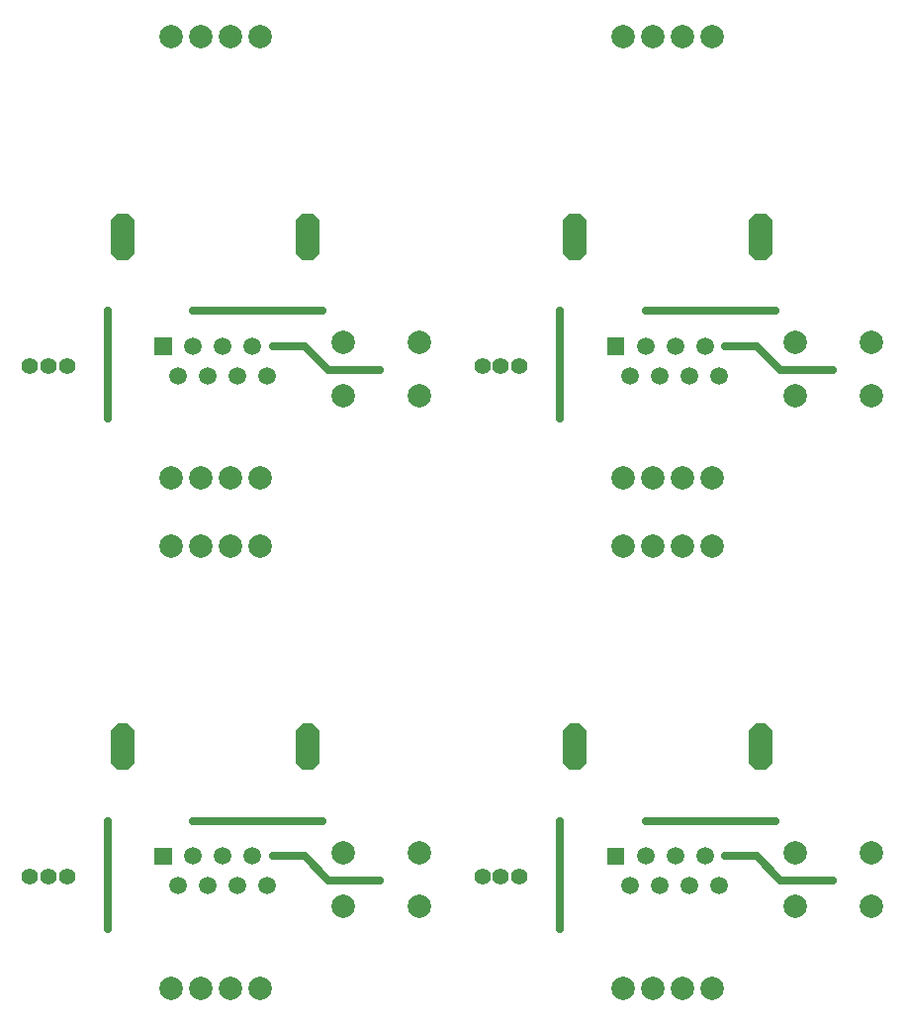
<source format=gbr>
%FSLAX34Y34*%
%MOMM*%
%LNCOPPER_TOP*%
G71*
G01*
%ADD10C, 1.500*%
%ADD11C, 1.400*%
%ADD12C, 2.000*%
%ADD13C, 0.700*%
%ADD14C, 0.700*%
%ADD15C, 0.700*%
%LPD*%
X201613Y-301625D02*
G54D10*
D03*
X188813Y-327025D02*
G54D10*
D03*
X163413Y-327025D02*
G54D10*
D03*
X227013Y-301625D02*
G54D10*
D03*
G36*
X158313Y-309125D02*
X143313Y-309125D01*
X143313Y-294125D01*
X158313Y-294125D01*
X158313Y-309125D01*
G37*
X214213Y-327025D02*
G54D10*
D03*
X239613Y-327025D02*
G54D10*
D03*
X176213Y-301625D02*
G54D10*
D03*
G36*
X105913Y-193812D02*
X111763Y-187962D01*
X120063Y-187962D01*
X125913Y-193812D01*
X125913Y-222112D01*
X120063Y-227962D01*
X111763Y-227962D01*
X105913Y-222112D01*
X105913Y-193812D01*
G37*
G36*
X264613Y-193812D02*
X270463Y-187962D01*
X278763Y-187962D01*
X284613Y-193812D01*
X284613Y-222112D01*
X278763Y-227962D01*
X270463Y-227962D01*
X264613Y-222112D01*
X264613Y-193812D01*
G37*
X36538Y-319063D02*
G54D11*
D03*
X52388Y-319088D02*
G54D11*
D03*
X68263Y-319088D02*
G54D11*
D03*
X369913Y-344463D02*
G54D12*
D03*
X369888Y-298450D02*
G54D12*
D03*
X304813Y-344463D02*
G54D12*
D03*
X304800Y-298575D02*
G54D12*
D03*
X233363Y-414338D02*
G54D12*
D03*
X207963Y-414338D02*
G54D12*
D03*
X182563Y-414338D02*
G54D12*
D03*
X157163Y-414338D02*
G54D12*
D03*
X287350Y-271450D02*
G54D13*
D03*
X227013Y-271462D02*
G54D14*
D03*
X103188Y-363538D02*
G54D13*
D03*
X336550Y-322263D02*
G54D13*
D03*
G54D15*
X103188Y-271462D02*
X103188Y-363538D01*
G54D15*
X227013Y-271462D02*
X176213Y-271462D01*
G54D15*
X227013Y-271462D02*
X287338Y-271462D01*
G54D15*
X244475Y-301625D02*
X271463Y-301625D01*
X103200Y-271450D02*
G54D13*
D03*
X176213Y-271462D02*
G54D13*
D03*
X244475Y-301625D02*
G54D13*
D03*
G54D15*
X336563Y-322250D02*
X292113Y-322250D01*
X271475Y-301613D01*
X157163Y-36462D02*
G54D12*
D03*
X182563Y-36462D02*
G54D12*
D03*
X207963Y-36462D02*
G54D12*
D03*
X233363Y-36462D02*
G54D12*
D03*
X588962Y-301625D02*
G54D10*
D03*
X576162Y-327025D02*
G54D10*
D03*
X550762Y-327025D02*
G54D10*
D03*
X614362Y-301625D02*
G54D10*
D03*
G36*
X545662Y-309125D02*
X530662Y-309125D01*
X530662Y-294125D01*
X545662Y-294125D01*
X545662Y-309125D01*
G37*
X601562Y-327025D02*
G54D10*
D03*
X626962Y-327025D02*
G54D10*
D03*
X563562Y-301625D02*
G54D10*
D03*
G36*
X493262Y-193812D02*
X499112Y-187962D01*
X507412Y-187962D01*
X513262Y-193812D01*
X513262Y-222112D01*
X507412Y-227962D01*
X499112Y-227962D01*
X493262Y-222112D01*
X493262Y-193812D01*
G37*
G36*
X651962Y-193812D02*
X657812Y-187962D01*
X666112Y-187962D01*
X671962Y-193812D01*
X671962Y-222112D01*
X666112Y-227962D01*
X657812Y-227962D01*
X651962Y-222112D01*
X651962Y-193812D01*
G37*
X423888Y-319063D02*
G54D11*
D03*
X439738Y-319088D02*
G54D11*
D03*
X455612Y-319088D02*
G54D11*
D03*
X757262Y-344463D02*
G54D12*
D03*
X757238Y-298450D02*
G54D12*
D03*
X692162Y-344463D02*
G54D12*
D03*
X692150Y-298575D02*
G54D12*
D03*
X620712Y-414338D02*
G54D12*
D03*
X595312Y-414338D02*
G54D12*
D03*
X569912Y-414338D02*
G54D12*
D03*
X544512Y-414338D02*
G54D12*
D03*
X674700Y-271450D02*
G54D13*
D03*
X614362Y-271462D02*
G54D14*
D03*
X490538Y-363538D02*
G54D13*
D03*
X723900Y-322263D02*
G54D13*
D03*
G54D15*
X490538Y-271462D02*
X490538Y-363538D01*
G54D15*
X614362Y-271462D02*
X563562Y-271462D01*
G54D15*
X614362Y-271462D02*
X674688Y-271462D01*
G54D15*
X631825Y-301625D02*
X658812Y-301625D01*
X490550Y-271450D02*
G54D13*
D03*
X563562Y-271462D02*
G54D13*
D03*
X631825Y-301625D02*
G54D13*
D03*
G54D15*
X723912Y-322250D02*
X679462Y-322250D01*
X658825Y-301613D01*
X544512Y-36463D02*
G54D12*
D03*
X569912Y-36463D02*
G54D12*
D03*
X595312Y-36463D02*
G54D12*
D03*
X620712Y-36463D02*
G54D12*
D03*
X201613Y-738188D02*
G54D10*
D03*
X188813Y-763588D02*
G54D10*
D03*
X163413Y-763588D02*
G54D10*
D03*
X227013Y-738188D02*
G54D10*
D03*
G36*
X158313Y-745688D02*
X143313Y-745688D01*
X143313Y-730688D01*
X158313Y-730688D01*
X158313Y-745688D01*
G37*
X214213Y-763588D02*
G54D10*
D03*
X239613Y-763588D02*
G54D10*
D03*
X176213Y-738188D02*
G54D10*
D03*
G36*
X105913Y-630375D02*
X111763Y-624525D01*
X120063Y-624525D01*
X125913Y-630375D01*
X125913Y-658675D01*
X120063Y-664525D01*
X111763Y-664525D01*
X105913Y-658675D01*
X105913Y-630375D01*
G37*
G36*
X264613Y-630375D02*
X270463Y-624525D01*
X278763Y-624525D01*
X284613Y-630375D01*
X284613Y-658675D01*
X278763Y-664525D01*
X270463Y-664525D01*
X264613Y-658675D01*
X264613Y-630375D01*
G37*
X36538Y-755625D02*
G54D11*
D03*
X52388Y-755650D02*
G54D11*
D03*
X68263Y-755650D02*
G54D11*
D03*
X369913Y-781025D02*
G54D12*
D03*
X369888Y-735013D02*
G54D12*
D03*
X304813Y-781025D02*
G54D12*
D03*
X304800Y-735138D02*
G54D12*
D03*
X233363Y-850900D02*
G54D12*
D03*
X207963Y-850900D02*
G54D12*
D03*
X182563Y-850900D02*
G54D12*
D03*
X157163Y-850900D02*
G54D12*
D03*
X287350Y-708012D02*
G54D13*
D03*
X227013Y-708025D02*
G54D14*
D03*
X103188Y-800100D02*
G54D13*
D03*
X336550Y-758825D02*
G54D13*
D03*
G54D15*
X103188Y-708025D02*
X103188Y-800100D01*
G54D15*
X227013Y-708025D02*
X176213Y-708025D01*
G54D15*
X227013Y-708025D02*
X287338Y-708025D01*
G54D15*
X244475Y-738188D02*
X271463Y-738188D01*
X103200Y-708012D02*
G54D13*
D03*
X176213Y-708025D02*
G54D13*
D03*
X244475Y-738188D02*
G54D13*
D03*
G54D15*
X336563Y-758813D02*
X292113Y-758813D01*
X271475Y-738175D01*
X157163Y-473025D02*
G54D12*
D03*
X182563Y-473025D02*
G54D12*
D03*
X207963Y-473025D02*
G54D12*
D03*
X233363Y-473025D02*
G54D12*
D03*
X588962Y-738188D02*
G54D10*
D03*
X576162Y-763588D02*
G54D10*
D03*
X550762Y-763588D02*
G54D10*
D03*
X614362Y-738188D02*
G54D10*
D03*
G36*
X545662Y-745688D02*
X530662Y-745688D01*
X530662Y-730688D01*
X545662Y-730688D01*
X545662Y-745688D01*
G37*
X601562Y-763588D02*
G54D10*
D03*
X626962Y-763588D02*
G54D10*
D03*
X563562Y-738188D02*
G54D10*
D03*
G36*
X493262Y-630375D02*
X499112Y-624525D01*
X507412Y-624525D01*
X513262Y-630375D01*
X513262Y-658675D01*
X507412Y-664525D01*
X499112Y-664525D01*
X493262Y-658675D01*
X493262Y-630375D01*
G37*
G36*
X651962Y-630375D02*
X657812Y-624525D01*
X666112Y-624525D01*
X671962Y-630375D01*
X671962Y-658675D01*
X666112Y-664525D01*
X657812Y-664525D01*
X651962Y-658675D01*
X651962Y-630375D01*
G37*
X423888Y-755625D02*
G54D11*
D03*
X439738Y-755650D02*
G54D11*
D03*
X455612Y-755650D02*
G54D11*
D03*
X757262Y-781025D02*
G54D12*
D03*
X757238Y-735013D02*
G54D12*
D03*
X692162Y-781025D02*
G54D12*
D03*
X692150Y-735138D02*
G54D12*
D03*
X620712Y-850900D02*
G54D12*
D03*
X595312Y-850900D02*
G54D12*
D03*
X569912Y-850900D02*
G54D12*
D03*
X544512Y-850900D02*
G54D12*
D03*
X674700Y-708012D02*
G54D13*
D03*
X614362Y-708025D02*
G54D14*
D03*
X490538Y-800100D02*
G54D13*
D03*
X723900Y-758825D02*
G54D13*
D03*
G54D15*
X490538Y-708025D02*
X490538Y-800100D01*
G54D15*
X614362Y-708025D02*
X563562Y-708025D01*
G54D15*
X614362Y-708025D02*
X674688Y-708025D01*
G54D15*
X631825Y-738188D02*
X658812Y-738188D01*
X490550Y-708012D02*
G54D13*
D03*
X563562Y-708025D02*
G54D13*
D03*
X631825Y-738188D02*
G54D13*
D03*
G54D15*
X723912Y-758813D02*
X679462Y-758813D01*
X658825Y-738175D01*
X544512Y-473025D02*
G54D12*
D03*
X569912Y-473025D02*
G54D12*
D03*
X595312Y-473025D02*
G54D12*
D03*
X620712Y-473025D02*
G54D12*
D03*
M02*

</source>
